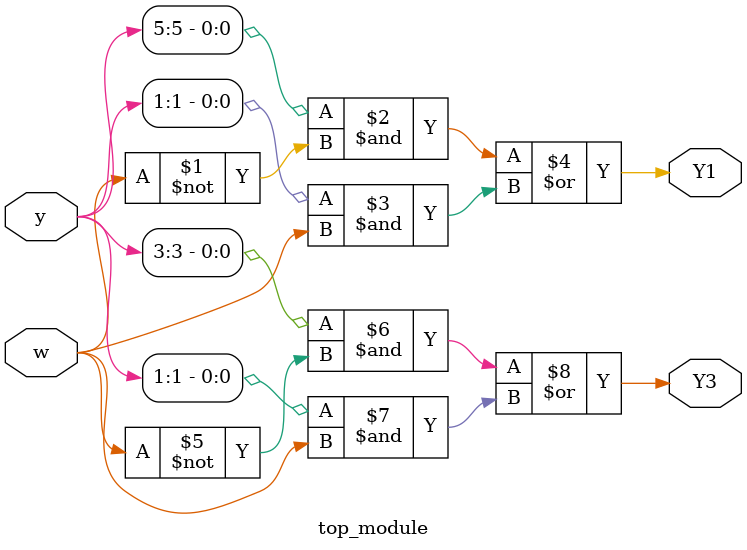
<source format=sv>
module top_module (
	input [5:0] y,
	input w,
	output Y1,
	output Y3
);

	// flip-flop Y1
	assign Y1 = (y[5] & ~w) | (y[1] & w);
	
	// flip-flop Y3
	assign Y3 = (y[3] & ~w) | (y[1] & w);

endmodule

</source>
